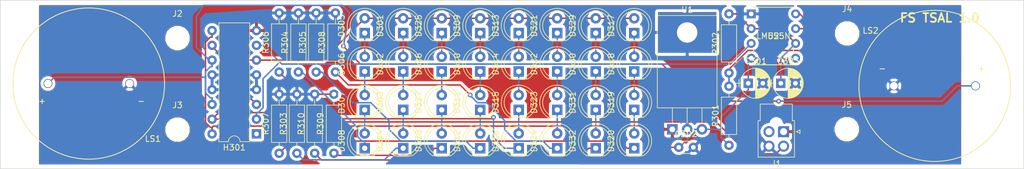
<source format=kicad_pcb>
(kicad_pcb (version 4) (host pcbnew 4.0.7)
  (layers (0 F.Cu signal) (31 B.Cu signal) (34 B.Paste user) (35 F.Paste user) (36 B.SilkS user) (37 F.SilkS user) (38 B.Mask user) (39 F.Mask user) (44 Edge.Cuts user))
  (net 0 "")
  (net 1 +5V)
  (net 2 GND)
  (net 3 "Net-(C303-Pad1)")
  (net 4 "Net-(D301-Pad1)")
  (net 5 /OSC)
  (net 6 "Net-(D302-Pad1)")
  (net 7 "Net-(D303-Pad1)")
  (net 8 "Net-(D304-Pad1)")
  (net 9 "Net-(D305-Pad1)")
  (net 10 "Net-(D306-Pad1)")
  (net 11 "Net-(D307-Pad1)")
  (net 12 "Net-(D308-Pad1)")
  (net 13 "Net-(D309-Pad1)")
  (net 14 "Net-(D310-Pad1)")
  (net 15 "Net-(D311-Pad1)")
  (net 16 "Net-(D312-Pad1)")
  (net 17 "Net-(D313-Pad1)")
  (net 18 "Net-(D314-Pad1)")
  (net 19 "Net-(D315-Pad1)")
  (net 20 "Net-(D316-Pad1)")
  (net 21 "Net-(D317-Pad1)")
  (net 22 "Net-(D318-Pad1)")
  (net 23 "Net-(D319-Pad1)")
  (net 24 "Net-(D320-Pad1)")
  (net 25 "Net-(D321-Pad1)")
  (net 26 "Net-(D322-Pad1)")
  (net 27 "Net-(D323-Pad1)")
  (net 28 "Net-(D324-Pad1)")
  (net 29 "Net-(D325-Pad1)")
  (net 30 "Net-(D326-Pad1)")
  (net 31 "Net-(D327-Pad1)")
  (net 32 "Net-(D328-Pad1)")
  (net 33 "Net-(D329-Pad1)")
  (net 34 "Net-(D330-Pad1)")
  (net 35 "Net-(D331-Pad1)")
  (net 36 "Net-(D332-Pad1)")
  (net 37 /TSAL_SIG)
  (net 38 "Net-(H301-Pad2)")
  (net 39 /SIG_RTDS)
  (net 40 /RTDS_H)
  (net 41 +12V)
  (net 42 /SIG_TSAL)
  (net 43 "Net-(R301-Pad2)")
  (net 44 "Net-(U2-Pad5)")
  (net 45 "Net-(J2-Pad1)")
  (net 46 "Net-(J3-Pad1)")
  (net 47 "Net-(J4-Pad1)")
  (net 48 "Net-(J5-Pad1)")
  (module FSfootprints:RTDS_H (layer F.Cu) (at 195.2 99.15)
    (fp_text reference LS2 (at -11 -9.5) (layer F.SilkS))
    (fp_text value "RTDS Piezo")
    (fp_text user - (at -9 -3) (layer F.SilkS))
    (fp_text user + (at 8 -3) (layer F.SilkS))
    (pad 1 thru_hole circle (at -7 0) (size 1.524 1.524) (drill 1.3) (layers *.Cu *.Mask) (net 2 GND))
    (pad 2 thru_hole circle (at 7 0) (size 1.524 1.524) (drill 1.3) (layers *.Cu *.Mask) (net 40 /RTDS_H))
  )
  (module Capacitors_THT:CP_Radial_D5.0mm_P2.50mm (layer F.Cu) (at 163.218 98.702)
    (fp_text reference C301 (at 1.25 -3.81) (layer F.SilkS))
    (fp_text value 10uF)
    (pad 1 thru_hole rect (at 0 0) (size 1.6 1.6) (drill 0.8) (layers *.Cu *.Mask) (net 1 +5V))
    (pad 2 thru_hole circle (at 2.5 0) (size 1.6 1.6) (drill 0.8) (layers *.Cu *.Mask) (net 2 GND))
  )
  (module Capacitors_THT:C_Disc_D3.0mm_W2.0mm_P2.50mm (layer F.Cu) (at 151.3 109.725)
    (fp_text reference C302 (at 1.25 -2.31) (layer F.SilkS))
    (fp_text value .47uF)
    (pad 1 thru_hole circle (at 0 0) (size 1.6 1.6) (drill 0.8) (layers *.Cu *.Mask) (net 1 +5V))
    (pad 2 thru_hole circle (at 2.5 0) (size 1.6 1.6) (drill 0.8) (layers *.Cu *.Mask) (net 2 GND))
  )
  (module Capacitors_THT:CP_Radial_D5.0mm_P2.50mm (layer F.Cu) (at 168.806 98.702)
    (fp_text reference C303 (at 1.25 -3.81) (layer F.SilkS))
    (fp_text value 10uF)
    (pad 1 thru_hole rect (at 0 0) (size 1.6 1.6) (drill 0.8) (layers *.Cu *.Mask) (net 3 "Net-(C303-Pad1)"))
    (pad 2 thru_hole circle (at 2.5 0) (size 1.6 1.6) (drill 0.8) (layers *.Cu *.Mask) (net 2 GND))
  )
  (module LEDs:LED_D5.0mm (layer F.Cu) (at 104.036 90.066 90)
    (fp_text reference D301 (at 1.27 -3.96 90) (layer F.SilkS))
    (fp_text value Led_Small)
    (pad 1 thru_hole rect (at 0 0 90) (size 1.8 1.8) (drill 0.9) (layers *.Cu *.Mask) (net 4 "Net-(D301-Pad1)"))
    (pad 2 thru_hole circle (at 2.54 0 90) (size 1.8 1.8) (drill 0.9) (layers *.Cu *.Mask) (net 5 /OSC))
  )
  (module LEDs:LED_D5.0mm (layer F.Cu) (at 104.036 96.67 90)
    (fp_text reference D302 (at 1.27 -3.96 90) (layer F.SilkS))
    (fp_text value Led_Small)
    (pad 1 thru_hole rect (at 0 0 90) (size 1.8 1.8) (drill 0.9) (layers *.Cu *.Mask) (net 6 "Net-(D302-Pad1)"))
    (pad 2 thru_hole circle (at 2.54 0 90) (size 1.8 1.8) (drill 0.9) (layers *.Cu *.Mask) (net 4 "Net-(D301-Pad1)"))
  )
  (module LEDs:LED_D5.0mm (layer F.Cu) (at 104.036 103.274 90)
    (fp_text reference D303 (at 1.27 -3.96 90) (layer F.SilkS))
    (fp_text value Led_Small)
    (pad 1 thru_hole rect (at 0 0 90) (size 1.8 1.8) (drill 0.9) (layers *.Cu *.Mask) (net 7 "Net-(D303-Pad1)"))
    (pad 2 thru_hole circle (at 2.54 0 90) (size 1.8 1.8) (drill 0.9) (layers *.Cu *.Mask) (net 6 "Net-(D302-Pad1)"))
  )
  (module LEDs:LED_D5.0mm (layer F.Cu) (at 104.036 109.878 90)
    (fp_text reference D304 (at 1.27 -3.96 90) (layer F.SilkS))
    (fp_text value Led_Small)
    (pad 1 thru_hole rect (at 0 0 90) (size 1.8 1.8) (drill 0.9) (layers *.Cu *.Mask) (net 8 "Net-(D304-Pad1)"))
    (pad 2 thru_hole circle (at 2.54 0 90) (size 1.8 1.8) (drill 0.9) (layers *.Cu *.Mask) (net 7 "Net-(D303-Pad1)"))
  )
  (module LEDs:LED_D5.0mm (layer F.Cu) (at 97.432 90.066 90)
    (fp_text reference D305 (at 1.27 -3.96 90) (layer F.SilkS))
    (fp_text value Led_Small)
    (pad 1 thru_hole rect (at 0 0 90) (size 1.8 1.8) (drill 0.9) (layers *.Cu *.Mask) (net 9 "Net-(D305-Pad1)"))
    (pad 2 thru_hole circle (at 2.54 0 90) (size 1.8 1.8) (drill 0.9) (layers *.Cu *.Mask) (net 5 /OSC))
  )
  (module LEDs:LED_D5.0mm (layer F.Cu) (at 97.432 96.67 90)
    (fp_text reference D306 (at 1.27 -3.96 90) (layer F.SilkS))
    (fp_text value Led_Small)
    (pad 1 thru_hole rect (at 0 0 90) (size 1.8 1.8) (drill 0.9) (layers *.Cu *.Mask) (net 10 "Net-(D306-Pad1)"))
    (pad 2 thru_hole circle (at 2.54 0 90) (size 1.8 1.8) (drill 0.9) (layers *.Cu *.Mask) (net 9 "Net-(D305-Pad1)"))
  )
  (module LEDs:LED_D5.0mm (layer F.Cu) (at 97.432 103.274 90)
    (fp_text reference D307 (at 1.27 -3.96 90) (layer F.SilkS))
    (fp_text value Led_Small)
    (pad 1 thru_hole rect (at 0 0 90) (size 1.8 1.8) (drill 0.9) (layers *.Cu *.Mask) (net 11 "Net-(D307-Pad1)"))
    (pad 2 thru_hole circle (at 2.54 0 90) (size 1.8 1.8) (drill 0.9) (layers *.Cu *.Mask) (net 10 "Net-(D306-Pad1)"))
  )
  (module LEDs:LED_D5.0mm (layer F.Cu) (at 97.432 109.878 90)
    (fp_text reference D308 (at 1.27 -3.96 90) (layer F.SilkS))
    (fp_text value Led_Small)
    (pad 1 thru_hole rect (at 0 0 90) (size 1.8 1.8) (drill 0.9) (layers *.Cu *.Mask) (net 12 "Net-(D308-Pad1)"))
    (pad 2 thru_hole circle (at 2.54 0 90) (size 1.8 1.8) (drill 0.9) (layers *.Cu *.Mask) (net 11 "Net-(D307-Pad1)"))
  )
  (module LEDs:LED_D5.0mm (layer F.Cu) (at 117.244 90.066 90)
    (fp_text reference D309 (at 1.27 -3.96 90) (layer F.SilkS))
    (fp_text value Led_Small)
    (pad 1 thru_hole rect (at 0 0 90) (size 1.8 1.8) (drill 0.9) (layers *.Cu *.Mask) (net 13 "Net-(D309-Pad1)"))
    (pad 2 thru_hole circle (at 2.54 0 90) (size 1.8 1.8) (drill 0.9) (layers *.Cu *.Mask) (net 5 /OSC))
  )
  (module LEDs:LED_D5.0mm (layer F.Cu) (at 117.244 96.67 90)
    (fp_text reference D310 (at 1.27 -3.96 90) (layer F.SilkS))
    (fp_text value Led_Small)
    (pad 1 thru_hole rect (at 0 0 90) (size 1.8 1.8) (drill 0.9) (layers *.Cu *.Mask) (net 14 "Net-(D310-Pad1)"))
    (pad 2 thru_hole circle (at 2.54 0 90) (size 1.8 1.8) (drill 0.9) (layers *.Cu *.Mask) (net 13 "Net-(D309-Pad1)"))
  )
  (module LEDs:LED_D5.0mm (layer F.Cu) (at 117.244 103.274 90)
    (fp_text reference D311 (at 1.27 -3.96 90) (layer F.SilkS))
    (fp_text value Led_Small)
    (pad 1 thru_hole rect (at 0 0 90) (size 1.8 1.8) (drill 0.9) (layers *.Cu *.Mask) (net 15 "Net-(D311-Pad1)"))
    (pad 2 thru_hole circle (at 2.54 0 90) (size 1.8 1.8) (drill 0.9) (layers *.Cu *.Mask) (net 14 "Net-(D310-Pad1)"))
  )
  (module LEDs:LED_D5.0mm (layer F.Cu) (at 117.244 109.878 90)
    (fp_text reference D312 (at 1.27 -3.96 90) (layer F.SilkS))
    (fp_text value Led_Small)
    (pad 1 thru_hole rect (at 0 0 90) (size 1.8 1.8) (drill 0.9) (layers *.Cu *.Mask) (net 16 "Net-(D312-Pad1)"))
    (pad 2 thru_hole circle (at 2.54 0 90) (size 1.8 1.8) (drill 0.9) (layers *.Cu *.Mask) (net 15 "Net-(D311-Pad1)"))
  )
  (module LEDs:LED_D5.0mm (layer F.Cu) (at 123.848 90.066 90)
    (fp_text reference D313 (at 1.27 -3.96 90) (layer F.SilkS))
    (fp_text value Led_Small)
    (pad 1 thru_hole rect (at 0 0 90) (size 1.8 1.8) (drill 0.9) (layers *.Cu *.Mask) (net 17 "Net-(D313-Pad1)"))
    (pad 2 thru_hole circle (at 2.54 0 90) (size 1.8 1.8) (drill 0.9) (layers *.Cu *.Mask) (net 5 /OSC))
  )
  (module LEDs:LED_D5.0mm (layer F.Cu) (at 123.848 96.67 90)
    (fp_text reference D314 (at 1.27 -3.96 90) (layer F.SilkS))
    (fp_text value Led_Small)
    (pad 1 thru_hole rect (at 0 0 90) (size 1.8 1.8) (drill 0.9) (layers *.Cu *.Mask) (net 18 "Net-(D314-Pad1)"))
    (pad 2 thru_hole circle (at 2.54 0 90) (size 1.8 1.8) (drill 0.9) (layers *.Cu *.Mask) (net 17 "Net-(D313-Pad1)"))
  )
  (module LEDs:LED_D5.0mm (layer F.Cu) (at 123.848 103.274 90)
    (fp_text reference D315 (at 1.27 -3.96 90) (layer F.SilkS))
    (fp_text value Led_Small)
    (pad 1 thru_hole rect (at 0 0 90) (size 1.8 1.8) (drill 0.9) (layers *.Cu *.Mask) (net 19 "Net-(D315-Pad1)"))
    (pad 2 thru_hole circle (at 2.54 0 90) (size 1.8 1.8) (drill 0.9) (layers *.Cu *.Mask) (net 18 "Net-(D314-Pad1)"))
  )
  (module LEDs:LED_D5.0mm (layer F.Cu) (at 123.848 109.878 90)
    (fp_text reference D316 (at 1.27 -3.96 90) (layer F.SilkS))
    (fp_text value Led_Small)
    (pad 1 thru_hole rect (at 0 0 90) (size 1.8 1.8) (drill 0.9) (layers *.Cu *.Mask) (net 20 "Net-(D316-Pad1)"))
    (pad 2 thru_hole circle (at 2.54 0 90) (size 1.8 1.8) (drill 0.9) (layers *.Cu *.Mask) (net 19 "Net-(D315-Pad1)"))
  )
  (module LEDs:LED_D5.0mm (layer F.Cu) (at 143.66 90.066 90)
    (fp_text reference D317 (at 1.27 -3.96 90) (layer F.SilkS))
    (fp_text value Led_Small)
    (pad 1 thru_hole rect (at 0 0 90) (size 1.8 1.8) (drill 0.9) (layers *.Cu *.Mask) (net 21 "Net-(D317-Pad1)"))
    (pad 2 thru_hole circle (at 2.54 0 90) (size 1.8 1.8) (drill 0.9) (layers *.Cu *.Mask) (net 5 /OSC))
  )
  (module LEDs:LED_D5.0mm (layer F.Cu) (at 143.66 96.67 90)
    (fp_text reference D318 (at 1.27 -3.96 90) (layer F.SilkS))
    (fp_text value Led_Small)
    (pad 1 thru_hole rect (at 0 0 90) (size 1.8 1.8) (drill 0.9) (layers *.Cu *.Mask) (net 22 "Net-(D318-Pad1)"))
    (pad 2 thru_hole circle (at 2.54 0 90) (size 1.8 1.8) (drill 0.9) (layers *.Cu *.Mask) (net 21 "Net-(D317-Pad1)"))
  )
  (module LEDs:LED_D5.0mm (layer F.Cu) (at 143.66 103.274 90)
    (fp_text reference D319 (at 1.27 -3.96 90) (layer F.SilkS))
    (fp_text value Led_Small)
    (pad 1 thru_hole rect (at 0 0 90) (size 1.8 1.8) (drill 0.9) (layers *.Cu *.Mask) (net 23 "Net-(D319-Pad1)"))
    (pad 2 thru_hole circle (at 2.54 0 90) (size 1.8 1.8) (drill 0.9) (layers *.Cu *.Mask) (net 22 "Net-(D318-Pad1)"))
  )
  (module LEDs:LED_D5.0mm (layer F.Cu) (at 143.66 109.878 90)
    (fp_text reference D320 (at 1.27 -3.96 90) (layer F.SilkS))
    (fp_text value Led_Small)
    (pad 1 thru_hole rect (at 0 0 90) (size 1.8 1.8) (drill 0.9) (layers *.Cu *.Mask) (net 24 "Net-(D320-Pad1)"))
    (pad 2 thru_hole circle (at 2.54 0 90) (size 1.8 1.8) (drill 0.9) (layers *.Cu *.Mask) (net 23 "Net-(D319-Pad1)"))
  )
  (module LEDs:LED_D5.0mm (layer F.Cu) (at 130.452 90.066 90)
    (fp_text reference D321 (at 1.27 -3.96 90) (layer F.SilkS))
    (fp_text value Led_Small)
    (pad 1 thru_hole rect (at 0 0 90) (size 1.8 1.8) (drill 0.9) (layers *.Cu *.Mask) (net 25 "Net-(D321-Pad1)"))
    (pad 2 thru_hole circle (at 2.54 0 90) (size 1.8 1.8) (drill 0.9) (layers *.Cu *.Mask) (net 5 /OSC))
  )
  (module LEDs:LED_D5.0mm (layer F.Cu) (at 130.452 96.67 90)
    (fp_text reference D322 (at 1.27 -3.96 90) (layer F.SilkS))
    (fp_text value Led_Small)
    (pad 1 thru_hole rect (at 0 0 90) (size 1.8 1.8) (drill 0.9) (layers *.Cu *.Mask) (net 26 "Net-(D322-Pad1)"))
    (pad 2 thru_hole circle (at 2.54 0 90) (size 1.8 1.8) (drill 0.9) (layers *.Cu *.Mask) (net 25 "Net-(D321-Pad1)"))
  )
  (module LEDs:LED_D5.0mm (layer F.Cu) (at 130.452 103.274 90)
    (fp_text reference D323 (at 1.27 -3.96 90) (layer F.SilkS))
    (fp_text value Led_Small)
    (pad 1 thru_hole rect (at 0 0 90) (size 1.8 1.8) (drill 0.9) (layers *.Cu *.Mask) (net 27 "Net-(D323-Pad1)"))
    (pad 2 thru_hole circle (at 2.54 0 90) (size 1.8 1.8) (drill 0.9) (layers *.Cu *.Mask) (net 26 "Net-(D322-Pad1)"))
  )
  (module LEDs:LED_D5.0mm (layer F.Cu) (at 130.452 109.878 90)
    (fp_text reference D324 (at 1.27 -3.96 90) (layer F.SilkS))
    (fp_text value Led_Small)
    (pad 1 thru_hole rect (at 0 0 90) (size 1.8 1.8) (drill 0.9) (layers *.Cu *.Mask) (net 28 "Net-(D324-Pad1)"))
    (pad 2 thru_hole circle (at 2.54 0 90) (size 1.8 1.8) (drill 0.9) (layers *.Cu *.Mask) (net 27 "Net-(D323-Pad1)"))
  )
  (module LEDs:LED_D5.0mm (layer F.Cu) (at 110.64 90.066 90)
    (fp_text reference D325 (at 1.27 -3.96 90) (layer F.SilkS))
    (fp_text value Led_Small)
    (pad 1 thru_hole rect (at 0 0 90) (size 1.8 1.8) (drill 0.9) (layers *.Cu *.Mask) (net 29 "Net-(D325-Pad1)"))
    (pad 2 thru_hole circle (at 2.54 0 90) (size 1.8 1.8) (drill 0.9) (layers *.Cu *.Mask) (net 5 /OSC))
  )
  (module LEDs:LED_D5.0mm (layer F.Cu) (at 110.64 96.67 90)
    (fp_text reference D326 (at 1.27 -3.96 90) (layer F.SilkS))
    (fp_text value Led_Small)
    (pad 1 thru_hole rect (at 0 0 90) (size 1.8 1.8) (drill 0.9) (layers *.Cu *.Mask) (net 30 "Net-(D326-Pad1)"))
    (pad 2 thru_hole circle (at 2.54 0 90) (size 1.8 1.8) (drill 0.9) (layers *.Cu *.Mask) (net 29 "Net-(D325-Pad1)"))
  )
  (module LEDs:LED_D5.0mm (layer F.Cu) (at 110.64 103.274 90)
    (fp_text reference D327 (at 1.27 -3.96 90) (layer F.SilkS))
    (fp_text value Led_Small)
    (pad 1 thru_hole rect (at 0 0 90) (size 1.8 1.8) (drill 0.9) (layers *.Cu *.Mask) (net 31 "Net-(D327-Pad1)"))
    (pad 2 thru_hole circle (at 2.54 0 90) (size 1.8 1.8) (drill 0.9) (layers *.Cu *.Mask) (net 30 "Net-(D326-Pad1)"))
  )
  (module LEDs:LED_D5.0mm (layer F.Cu) (at 110.64 109.878 90)
    (fp_text reference D328 (at 1.27 -3.96 90) (layer F.SilkS))
    (fp_text value Led_Small)
    (pad 1 thru_hole rect (at 0 0 90) (size 1.8 1.8) (drill 0.9) (layers *.Cu *.Mask) (net 32 "Net-(D328-Pad1)"))
    (pad 2 thru_hole circle (at 2.54 0 90) (size 1.8 1.8) (drill 0.9) (layers *.Cu *.Mask) (net 31 "Net-(D327-Pad1)"))
  )
  (module LEDs:LED_D5.0mm (layer F.Cu) (at 137.056 90.066 90)
    (fp_text reference D329 (at 1.27 -3.96 90) (layer F.SilkS))
    (fp_text value Led_Small)
    (pad 1 thru_hole rect (at 0 0 90) (size 1.8 1.8) (drill 0.9) (layers *.Cu *.Mask) (net 33 "Net-(D329-Pad1)"))
    (pad 2 thru_hole circle (at 2.54 0 90) (size 1.8 1.8) (drill 0.9) (layers *.Cu *.Mask) (net 5 /OSC))
  )
  (module LEDs:LED_D5.0mm (layer F.Cu) (at 137.056 96.67 90)
    (fp_text reference D330 (at 1.27 -3.96 90) (layer F.SilkS))
    (fp_text value Led_Small)
    (pad 1 thru_hole rect (at 0 0 90) (size 1.8 1.8) (drill 0.9) (layers *.Cu *.Mask) (net 34 "Net-(D330-Pad1)"))
    (pad 2 thru_hole circle (at 2.54 0 90) (size 1.8 1.8) (drill 0.9) (layers *.Cu *.Mask) (net 33 "Net-(D329-Pad1)"))
  )
  (module LEDs:LED_D5.0mm (layer F.Cu) (at 137.056 103.274 90)
    (fp_text reference D331 (at 1.27 -3.96 90) (layer F.SilkS))
    (fp_text value Led_Small)
    (pad 1 thru_hole rect (at 0 0 90) (size 1.8 1.8) (drill 0.9) (layers *.Cu *.Mask) (net 35 "Net-(D331-Pad1)"))
    (pad 2 thru_hole circle (at 2.54 0 90) (size 1.8 1.8) (drill 0.9) (layers *.Cu *.Mask) (net 34 "Net-(D330-Pad1)"))
  )
  (module LEDs:LED_D5.0mm (layer F.Cu) (at 137.056 109.878 90)
    (fp_text reference D332 (at 1.27 -3.96 90) (layer F.SilkS))
    (fp_text value Led_Small)
    (pad 1 thru_hole rect (at 0 0 90) (size 1.8 1.8) (drill 0.9) (layers *.Cu *.Mask) (net 36 "Net-(D332-Pad1)"))
    (pad 2 thru_hole circle (at 2.54 0 90) (size 1.8 1.8) (drill 0.9) (layers *.Cu *.Mask) (net 35 "Net-(D331-Pad1)"))
  )
  (module Housings_DIP:DIP-16_W7.62mm (layer F.Cu) (at 78.869 107.417 180)
    (fp_text reference H301 (at 3.81 -2.33 180) (layer F.SilkS))
    (fp_text value SN754410)
    (pad 1 thru_hole rect (at 0 0 180) (size 1.6 1.6) (drill 0.8) (layers *.Cu *.Mask) (net 37 /TSAL_SIG))
    (pad 9 thru_hole oval (at 7.62 17.78 180) (size 1.6 1.6) (drill 0.8) (layers *.Cu *.Mask) (net 1 +5V))
    (pad 2 thru_hole oval (at 0 2.54 180) (size 1.6 1.6) (drill 0.8) (layers *.Cu *.Mask) (net 38 "Net-(H301-Pad2)"))
    (pad 10 thru_hole oval (at 7.62 15.24 180) (size 1.6 1.6) (drill 0.8) (layers *.Cu *.Mask) (net 39 /SIG_RTDS))
    (pad 3 thru_hole oval (at 0 5.08 180) (size 1.6 1.6) (drill 0.8) (layers *.Cu *.Mask) (net 5 /OSC))
    (pad 11 thru_hole oval (at 7.62 12.7 180) (size 1.6 1.6) (drill 0.8) (layers *.Cu *.Mask) (net 40 /RTDS_H))
    (pad 4 thru_hole oval (at 0 7.62 180) (size 1.6 1.6) (drill 0.8) (layers *.Cu *.Mask) (net 2 GND))
    (pad 12 thru_hole oval (at 7.62 10.16 180) (size 1.6 1.6) (drill 0.8) (layers *.Cu *.Mask) (net 2 GND))
    (pad 5 thru_hole oval (at 0 10.16 180) (size 1.6 1.6) (drill 0.8) (layers *.Cu *.Mask) (net 2 GND))
    (pad 13 thru_hole oval (at 7.62 7.62 180) (size 1.6 1.6) (drill 0.8) (layers *.Cu *.Mask) (net 2 GND))
    (pad 6 thru_hole oval (at 0 12.7 180) (size 1.6 1.6) (drill 0.8) (layers *.Cu *.Mask) (net 5 /OSC))
    (pad 14 thru_hole oval (at 7.62 5.08 180) (size 1.6 1.6) (drill 0.8) (layers *.Cu *.Mask) (net 40 /RTDS_H))
    (pad 7 thru_hole oval (at 0 15.24 180) (size 1.6 1.6) (drill 0.8) (layers *.Cu *.Mask) (net 38 "Net-(H301-Pad2)"))
    (pad 15 thru_hole oval (at 7.62 2.54 180) (size 1.6 1.6) (drill 0.8) (layers *.Cu *.Mask) (net 39 /SIG_RTDS))
    (pad 8 thru_hole oval (at 0 17.78 180) (size 1.6 1.6) (drill 0.8) (layers *.Cu *.Mask) (net 41 +12V))
    (pad 16 thru_hole oval (at 7.62 0 180) (size 1.6 1.6) (drill 0.8) (layers *.Cu *.Mask) (net 1 +5V))
  )
  (module Connectors_Molex:Molex_NanoFit_2x02x2.50mm_Straight (layer F.Cu) (at 169.275 107.025 180)
    (fp_text reference J1 (at 1.25 -5.5 180) (layer F.SilkS))
    (fp_text value CONN_01X04)
    (pad 1 thru_hole rect (at 0 0 180) (size 1.9 1.9) (drill 1.2) (layers *.Cu *.Mask) (net 41 +12V))
    (pad 2 thru_hole circle (at 2.5 0 180) (size 1.9 1.9) (drill 1.2) (layers *.Cu *.Mask) (net 42 /SIG_TSAL))
    (pad 3 thru_hole circle (at 0 -2.5 180) (size 1.9 1.9) (drill 1.2) (layers *.Cu *.Mask) (net 39 /SIG_RTDS))
    (pad 4 thru_hole circle (at 2.5 -2.5 180) (size 1.9 1.9) (drill 1.2) (layers *.Cu *.Mask) (net 2 GND))
    (pad "" np_thru_hole circle (at 1.25 1.34 180) (size 1.3 1.3) (drill 1.3) (layers *.Cu *.Mask))
  )
  (module FSfootprints:RTDS_H (layer F.Cu) (at 50.1 98.75 180)
    (fp_text reference LS1 (at -11 -9.5 180) (layer F.SilkS))
    (fp_text value "RTDS Piezo")
    (fp_text user - (at -9 -3 180) (layer F.SilkS))
    (fp_text user + (at 8 -3 180) (layer F.SilkS))
    (pad 1 thru_hole circle (at -7 0 180) (size 1.524 1.524) (drill 1.3) (layers *.Cu *.Mask) (net 2 GND))
    (pad 2 thru_hole circle (at 7 0 180) (size 1.524 1.524) (drill 1.3) (layers *.Cu *.Mask) (net 40 /RTDS_H))
  )
  (module Resistors_THT:R_Axial_DIN0207_L6.3mm_D2.5mm_P10.16mm_Horizontal (layer F.Cu) (at 159.916 109.37 90)
    (fp_text reference R301 (at 5.08 -2.31 90) (layer F.SilkS))
    (fp_text value 15K)
    (pad 1 thru_hole circle (at 0 0 90) (size 1.6 1.6) (drill 0.8) (layers *.Cu *.Mask) (net 1 +5V))
    (pad 2 thru_hole oval (at 10.16 0 90) (size 1.6 1.6) (drill 0.8) (layers *.Cu *.Mask) (net 43 "Net-(R301-Pad2)"))
  )
  (module Resistors_THT:R_Axial_DIN0207_L6.3mm_D2.5mm_P10.16mm_Horizontal (layer F.Cu) (at 159.916 96.924 90)
    (fp_text reference R302 (at 5.08 -2.31 90) (layer F.SilkS))
    (fp_text value 15K)
    (pad 1 thru_hole circle (at 0 0 90) (size 1.6 1.6) (drill 0.8) (layers *.Cu *.Mask) (net 43 "Net-(R301-Pad2)"))
    (pad 2 thru_hole oval (at 10.16 0 90) (size 1.6 1.6) (drill 0.8) (layers *.Cu *.Mask) (net 3 "Net-(C303-Pad1)"))
  )
  (module Resistors_THT:R_Axial_DIN0207_L6.3mm_D2.5mm_P10.16mm_Horizontal (layer F.Cu) (at 85.802 110.74 90)
    (fp_text reference R303 (at 5.08 -2.31 90) (layer F.SilkS))
    (fp_text value 180)
    (pad 1 thru_hole circle (at 0 0 90) (size 1.6 1.6) (drill 0.8) (layers *.Cu *.Mask) (net 8 "Net-(D304-Pad1)"))
    (pad 2 thru_hole oval (at 10.16 0 90) (size 1.6 1.6) (drill 0.8) (layers *.Cu *.Mask) (net 2 GND))
  )
  (module Resistors_THT:R_Axial_DIN0207_L6.3mm_D2.5mm_P10.16mm_Horizontal (layer F.Cu) (at 86.056 96.77 90)
    (fp_text reference R304 (at 5.08 -2.31 90) (layer F.SilkS))
    (fp_text value 180)
    (pad 1 thru_hole circle (at 0 0 90) (size 1.6 1.6) (drill 0.8) (layers *.Cu *.Mask) (net 12 "Net-(D308-Pad1)"))
    (pad 2 thru_hole oval (at 10.16 0 90) (size 1.6 1.6) (drill 0.8) (layers *.Cu *.Mask) (net 2 GND))
  )
  (module Resistors_THT:R_Axial_DIN0207_L6.3mm_D2.5mm_P10.16mm_Horizontal (layer F.Cu) (at 89.104 96.77 90)
    (fp_text reference R305 (at 5.08 -2.31 90) (layer F.SilkS))
    (fp_text value 180)
    (pad 1 thru_hole circle (at 0 0 90) (size 1.6 1.6) (drill 0.8) (layers *.Cu *.Mask) (net 16 "Net-(D312-Pad1)"))
    (pad 2 thru_hole oval (at 10.16 0 90) (size 1.6 1.6) (drill 0.8) (layers *.Cu *.Mask) (net 2 GND))
  )
  (module Resistors_THT:R_Axial_DIN0207_L6.3mm_D2.5mm_P10.16mm_Horizontal (layer F.Cu) (at 82.754 96.77 90)
    (fp_text reference R306 (at 5.08 -2.31 90) (layer F.SilkS))
    (fp_text value 180)
    (pad 1 thru_hole circle (at 0 0 90) (size 1.6 1.6) (drill 0.8) (layers *.Cu *.Mask) (net 20 "Net-(D316-Pad1)"))
    (pad 2 thru_hole oval (at 10.16 0 90) (size 1.6 1.6) (drill 0.8) (layers *.Cu *.Mask) (net 2 GND))
  )
  (module Resistors_THT:R_Axial_DIN0207_L6.3mm_D2.5mm_P10.16mm_Horizontal (layer F.Cu) (at 82.754 110.74 90)
    (fp_text reference R307 (at 5.08 -2.31 90) (layer F.SilkS))
    (fp_text value 180)
    (pad 1 thru_hole circle (at 0 0 90) (size 1.6 1.6) (drill 0.8) (layers *.Cu *.Mask) (net 24 "Net-(D320-Pad1)"))
    (pad 2 thru_hole oval (at 10.16 0 90) (size 1.6 1.6) (drill 0.8) (layers *.Cu *.Mask) (net 2 GND))
  )
  (module Resistors_THT:R_Axial_DIN0207_L6.3mm_D2.5mm_P10.16mm_Horizontal (layer F.Cu) (at 92.406 96.77 90)
    (fp_text reference R308 (at 5.08 -2.31 90) (layer F.SilkS))
    (fp_text value 180)
    (pad 1 thru_hole circle (at 0 0 90) (size 1.6 1.6) (drill 0.8) (layers *.Cu *.Mask) (net 28 "Net-(D324-Pad1)"))
    (pad 2 thru_hole oval (at 10.16 0 90) (size 1.6 1.6) (drill 0.8) (layers *.Cu *.Mask) (net 2 GND))
  )
  (module Resistors_THT:R_Axial_DIN0207_L6.3mm_D2.5mm_P10.16mm_Horizontal (layer F.Cu) (at 92.152 110.74 90)
    (fp_text reference R309 (at 5.08 -2.31 90) (layer F.SilkS))
    (fp_text value 180)
    (pad 1 thru_hole circle (at 0 0 90) (size 1.6 1.6) (drill 0.8) (layers *.Cu *.Mask) (net 32 "Net-(D328-Pad1)"))
    (pad 2 thru_hole oval (at 10.16 0 90) (size 1.6 1.6) (drill 0.8) (layers *.Cu *.Mask) (net 2 GND))
  )
  (module Resistors_THT:R_Axial_DIN0207_L6.3mm_D2.5mm_P10.16mm_Horizontal (layer F.Cu) (at 88.85 110.74 90)
    (fp_text reference R310 (at 5.08 -2.31 90) (layer F.SilkS))
    (fp_text value 180)
    (pad 1 thru_hole circle (at 0 0 90) (size 1.6 1.6) (drill 0.8) (layers *.Cu *.Mask) (net 36 "Net-(D332-Pad1)"))
    (pad 2 thru_hole oval (at 10.16 0 90) (size 1.6 1.6) (drill 0.8) (layers *.Cu *.Mask) (net 2 GND))
  )
  (module FSfootprints:TO-220-3_Horizontal_HeatSunk (layer F.Cu) (at 150.2 106.625)
    (fp_text reference U1 (at 2.54 -20.58) (layer F.SilkS))
    (fp_text value L78S05CV-DG)
    (pad 2 thru_hole rect (at 2.54 -16.66) (size 10 7) (drill 3.5) (layers *.Cu *.Mask) (net 2 GND))
    (pad 1 thru_hole rect (at 0 0) (size 1.8 1.8) (drill 1) (layers *.Cu *.Mask) (net 41 +12V))
    (pad 2 thru_hole oval (at 2.54 0) (size 1.8 1.8) (drill 1) (layers *.Cu *.Mask) (net 2 GND))
    (pad 3 thru_hole oval (at 5.08 0) (size 1.8 1.8) (drill 1) (layers *.Cu *.Mask) (net 1 +5V))
  )
  (module FSfootprints:LM555CN (layer F.Cu) (at 171.346 94.384)
    (fp_text reference U2 (at -3.81 -3.81) (layer F.SilkS))
    (fp_text value LM555N (at -3.81 -3.81) (layer F.SilkS))
    (pad 1 thru_hole rect (at -7.62 -7.62) (size 1.524 1.524) (drill 0.8128) (layers *.Cu *.Mask) (net 2 GND))
    (pad 2 thru_hole circle (at -7.62 -5.08) (size 1.524 1.524) (drill 0.8128) (layers *.Cu *.Mask) (net 3 "Net-(C303-Pad1)"))
    (pad 3 thru_hole circle (at -7.62 -2.54) (size 1.524 1.524) (drill 0.8128) (layers *.Cu *.Mask) (net 38 "Net-(H301-Pad2)"))
    (pad 4 thru_hole circle (at -7.62 0) (size 1.524 1.524) (drill 0.8128) (layers *.Cu *.Mask) (net 1 +5V))
    (pad 5 thru_hole circle (at 0 0) (size 1.524 1.524) (drill 0.8128) (layers *.Cu *.Mask) (net 44 "Net-(U2-Pad5)"))
    (pad 6 thru_hole circle (at 0 -2.54) (size 1.524 1.524) (drill 0.8128) (layers *.Cu *.Mask) (net 3 "Net-(C303-Pad1)"))
    (pad 7 thru_hole circle (at 0 -5.08) (size 1.524 1.524) (drill 0.8128) (layers *.Cu *.Mask) (net 43 "Net-(R301-Pad2)"))
    (pad 8 thru_hole circle (at 0 -7.62) (size 1.524 1.524) (drill 0.8128) (layers *.Cu *.Mask) (net 1 +5V))
  )
  (module Mounting_Holes:MountingHole_3.2mm_M3 (layer F.Cu) (at 65.325 90.925)
    (fp_text reference J2 (at 0 -4.2) (layer F.SilkS))
    (fp_text value Conn_01x01)
    (pad 1 np_thru_hole circle (at 0 0) (size 3.2 3.2) (drill 3.2) (layers *.Cu *.Mask) (net 45 "Net-(J2-Pad1)"))
  )
  (module Mounting_Holes:MountingHole_3.2mm_M3 (layer F.Cu) (at 65.325 106.675)
    (fp_text reference J3 (at 0 -4.2) (layer F.SilkS))
    (fp_text value Conn_01x01)
    (pad 1 np_thru_hole circle (at 0 0) (size 3.2 3.2) (drill 3.2) (layers *.Cu *.Mask) (net 46 "Net-(J3-Pad1)"))
  )
  (module Mounting_Holes:MountingHole_3.2mm_M3 (layer F.Cu) (at 180.175 90.125)
    (fp_text reference J4 (at 0 -4.2) (layer F.SilkS))
    (fp_text value Conn_01x01)
    (pad 1 np_thru_hole circle (at 0 0) (size 3.2 3.2) (drill 3.2) (layers *.Cu *.Mask) (net 47 "Net-(J4-Pad1)"))
  )
  (module Mounting_Holes:MountingHole_3.2mm_M3 (layer F.Cu) (at 180.125 106.6)
    (fp_text reference J5 (at 0 -4.2) (layer F.SilkS))
    (fp_text value Conn_01x01)
    (pad 1 np_thru_hole circle (at 0 0) (size 3.2 3.2) (drill 3.2) (layers *.Cu *.Mask) (net 48 "Net-(J5-Pad1)"))
  )
  (gr_line (start 34.925 113.375) (end 210.475 113.375) (angle 90) (layer Edge.Cuts) (width 0.1))
  (gr_line (start 34.925 84.425) (end 34.925 113.375) (angle 90) (layer Edge.Cuts) (width 0.1))
  (gr_line (start 210.475 84.425) (end 34.925 84.425) (angle 90) (layer Edge.Cuts) (width 0.1))
  (gr_line (start 210.475 113.375) (end 210.475 84.425) (angle 90) (layer Edge.Cuts) (width 0.1))
  (gr_text "FS TSAL 1.0" (at 196.075 87.45) (layer F.SilkS) (effects (font (size 1.5 1.5) (thickness 0.3))))
  (segment (start 171.346 86.764) (end 172.064 86.764) (width 0.25) (layer F.Cu) (net 1))
  (segment (start 172.064 86.764) (end 174.125 88.825) (width 0.25) (layer F.Cu) (net 1))
  (segment (start 174.125 88.825) (end 174.125 93.525) (width 0.25) (layer F.Cu) (net 1))
  (segment (start 174.125 93.525) (end 171.9 95.75) (width 0.25) (layer F.Cu) (net 1))
  (segment (start 171.9 95.75) (end 170.6 95.75) (width 0.25) (layer F.Cu) (net 1))
  (segment (start 170.6 95.75) (end 169.234 94.384) (width 0.25) (layer F.Cu) (net 1))
  (segment (start 169.234 94.384) (end 163.726 94.384) (width 0.25) (layer F.Cu) (net 1))
  (segment (start 151.41 109.725) (end 151.3 109.725) (width 0.25) (layer B.Cu) (net 1))
  (segment (start 154.0547 107.0803) (end 151.41 109.725) (width 0.25) (layer B.Cu) (net 1))
  (segment (start 154.0547 106.625) (end 154.0547 107.0803) (width 0.25) (layer B.Cu) (net 1))
  (segment (start 155.28 106.625) (end 154.0547 106.625) (width 0.25) (layer B.Cu) (net 1))
  (segment (start 158.5435 106.625) (end 155.28 106.625) (width 0.25) (layer B.Cu) (net 1))
  (segment (start 158.5435 107.9975) (end 158.5435 106.625) (width 0.25) (layer B.Cu) (net 1))
  (segment (start 159.916 109.37) (end 158.5435 107.9975) (width 0.25) (layer B.Cu) (net 1))
  (segment (start 158.5435 104.5018) (end 163.218 99.8273) (width 0.25) (layer B.Cu) (net 1))
  (segment (start 158.5435 106.625) (end 158.5435 104.5018) (width 0.25) (layer B.Cu) (net 1))
  (segment (start 163.218 99.2646) (end 163.218 99.8273) (width 0.25) (layer B.Cu) (net 1))
  (segment (start 163.218 99.2646) (end 163.218 98.702) (width 0.25) (layer B.Cu) (net 1))
  (segment (start 163.218 94.892) (end 163.726 94.384) (width 0.25) (layer B.Cu) (net 1))
  (segment (start 163.218 98.702) (end 163.218 94.892) (width 0.25) (layer B.Cu) (net 1))
  (segment (start 70.9676 90.7623) (end 71.249 90.7623) (width 0.25) (layer F.Cu) (net 1))
  (segment (start 70.1237 91.6062) (end 70.9676 90.7623) (width 0.25) (layer F.Cu) (net 1))
  (segment (start 70.1237 105.4477) (end 70.1237 91.6062) (width 0.25) (layer F.Cu) (net 1))
  (segment (start 70.9677 106.2917) (end 70.1237 105.4477) (width 0.25) (layer F.Cu) (net 1))
  (segment (start 71.249 106.2917) (end 70.9677 106.2917) (width 0.25) (layer F.Cu) (net 1))
  (segment (start 71.249 107.417) (end 71.249 106.2917) (width 0.25) (layer F.Cu) (net 1))
  (segment (start 71.249 89.637) (end 71.249 90.7623) (width 0.25) (layer F.Cu) (net 1))
  (segment (start 71.466 106.0747) (end 71.249 106.2917) (width 0.25) (layer F.Cu) (net 1))
  (segment (start 145.82 106.0747) (end 71.466 106.0747) (width 0.25) (layer F.Cu) (net 1))
  (segment (start 149.4703 109.725) (end 145.82 106.0747) (width 0.25) (layer F.Cu) (net 1))
  (segment (start 151.3 109.725) (end 149.4703 109.725) (width 0.25) (layer F.Cu) (net 1))
  (segment (start 88.85 100.58) (end 92.152 100.58) (width 0.25) (layer F.Cu) (net 2))
  (segment (start 159.916 86.764) (end 161.186 86.764) (width 0.25) (layer F.Cu) (net 3))
  (segment (start 161.186 86.764) (end 163.726 89.304) (width 0.25) (layer F.Cu) (net 3))
  (segment (start 168.806 94.384) (end 168.806 98.702) (width 0.25) (layer B.Cu) (net 3))
  (segment (start 171.346 91.844) (end 168.806 94.384) (width 0.25) (layer B.Cu) (net 3))
  (segment (start 168.806 89.304) (end 163.726 89.304) (width 0.25) (layer F.Cu) (net 3))
  (segment (start 171.346 91.844) (end 168.806 89.304) (width 0.25) (layer F.Cu) (net 3))
  (segment (start 104.036 94.13) (end 104.036 90.066) (width 0.25) (layer B.Cu) (net 4))
  (segment (start 78.869 94.717) (end 77.433 94.717) (width 0.25) (layer F.Cu) (net 5))
  (segment (start 77.1 100.568) (end 78.869 102.337) (width 0.25) (layer F.Cu) (net 5))
  (segment (start 77.1 95.05) (end 77.1 100.568) (width 0.25) (layer F.Cu) (net 5))
  (segment (start 77.433 94.717) (end 77.1 95.05) (width 0.25) (layer F.Cu) (net 5))
  (segment (start 137.056 87.526) (end 143.66 87.526) (width 0.25) (layer F.Cu) (net 5))
  (segment (start 137.056 87.526) (end 130.452 87.526) (width 0.25) (layer F.Cu) (net 5))
  (segment (start 130.452 87.526) (end 123.848 87.526) (width 0.25) (layer F.Cu) (net 5))
  (segment (start 123.848 87.526) (end 117.244 87.526) (width 0.25) (layer F.Cu) (net 5))
  (segment (start 117.244 87.526) (end 110.64 87.526) (width 0.25) (layer F.Cu) (net 5))
  (segment (start 110.64 87.526) (end 104.036 87.526) (width 0.25) (layer F.Cu) (net 5))
  (segment (start 97.432 87.526) (end 104.036 87.526) (width 0.25) (layer F.Cu) (net 5))
  (segment (start 90.241 94.717) (end 97.432 87.526) (width 0.25) (layer F.Cu) (net 5))
  (segment (start 78.869 94.717) (end 90.241 94.717) (width 0.25) (layer F.Cu) (net 5))
  (segment (start 104.036 96.67) (end 104.036 100.734) (width 0.25) (layer B.Cu) (net 6))
  (segment (start 104.036 107.338) (end 104.036 103.274) (width 0.25) (layer B.Cu) (net 7))
  (segment (start 100.8226 111.8661) (end 102.8107 109.878) (width 0.25) (layer B.Cu) (net 8))
  (segment (start 86.9281 111.8661) (end 100.8226 111.8661) (width 0.25) (layer B.Cu) (net 8))
  (segment (start 85.802 110.74) (end 86.9281 111.8661) (width 0.25) (layer B.Cu) (net 8))
  (segment (start 104.036 109.878) (end 102.8107 109.878) (width 0.25) (layer B.Cu) (net 8))
  (segment (start 97.432 94.13) (end 97.432 90.066) (width 0.25) (layer B.Cu) (net 9))
  (segment (start 97.432 100.734) (end 97.432 96.67) (width 0.25) (layer B.Cu) (net 10))
  (segment (start 97.432 107.338) (end 97.432 103.274) (width 0.25) (layer B.Cu) (net 11))
  (segment (start 96.9724 108.6527) (end 97.432 108.6527) (width 0.25) (layer B.Cu) (net 12))
  (segment (start 96.2067 107.887) (end 96.9724 108.6527) (width 0.25) (layer B.Cu) (net 12))
  (segment (start 96.2067 106.3131) (end 96.2067 107.887) (width 0.25) (layer B.Cu) (net 12))
  (segment (start 86.6636 96.77) (end 96.2067 106.3131) (width 0.25) (layer B.Cu) (net 12))
  (segment (start 86.056 96.77) (end 86.6636 96.77) (width 0.25) (layer B.Cu) (net 12))
  (segment (start 97.432 109.878) (end 97.432 108.6527) (width 0.25) (layer B.Cu) (net 12))
  (segment (start 117.244 94.13) (end 117.244 90.066) (width 0.25) (layer B.Cu) (net 13))
  (segment (start 117.244 100.734) (end 117.244 96.67) (width 0.25) (layer B.Cu) (net 14))
  (segment (start 117.244 107.338) (end 117.244 103.274) (width 0.25) (layer B.Cu) (net 15))
  (segment (start 114.7934 108.6527) (end 116.0187 109.878) (width 0.25) (layer B.Cu) (net 16))
  (segment (start 103.6115 108.6527) (end 114.7934 108.6527) (width 0.25) (layer B.Cu) (net 16))
  (segment (start 101.6215 106.6627) (end 103.6115 108.6527) (width 0.25) (layer B.Cu) (net 16))
  (segment (start 101.6215 105.1842) (end 101.6215 106.6627) (width 0.25) (layer B.Cu) (net 16))
  (segment (start 98.4859 102.0486) (end 101.6215 105.1842) (width 0.25) (layer B.Cu) (net 16))
  (segment (start 95.3413 102.0486) (end 98.4859 102.0486) (width 0.25) (layer B.Cu) (net 16))
  (segment (start 90.0627 96.77) (end 95.3413 102.0486) (width 0.25) (layer B.Cu) (net 16))
  (segment (start 89.104 96.77) (end 90.0627 96.77) (width 0.25) (layer B.Cu) (net 16))
  (segment (start 117.244 109.878) (end 116.0187 109.878) (width 0.25) (layer B.Cu) (net 16))
  (segment (start 123.848 94.13) (end 123.848 90.066) (width 0.25) (layer B.Cu) (net 17))
  (segment (start 123.848 100.734) (end 123.848 96.67) (width 0.25) (layer B.Cu) (net 18))
  (segment (start 123.848 107.338) (end 123.848 103.274) (width 0.25) (layer B.Cu) (net 19))
  (segment (start 123.848 109.878) (end 121.378 109.878) (width 0.25) (layer B.Cu) (net 20))
  (segment (start 84.484 98.5) (end 82.754 96.77) (width 0.25) (layer F.Cu) (net 20))
  (segment (start 86.525 98.5) (end 84.484 98.5) (width 0.25) (layer F.Cu) (net 20))
  (segment (start 87.325 99.3) (end 86.525 98.5) (width 0.25) (layer F.Cu) (net 20))
  (segment (start 87.325 101.225) (end 87.325 99.3) (width 0.25) (layer F.Cu) (net 20))
  (segment (start 90.9 104.8) (end 87.325 101.225) (width 0.25) (layer F.Cu) (net 20))
  (segment (start 119.275 104.8) (end 90.9 104.8) (width 0.25) (layer F.Cu) (net 20))
  (segment (start 119.525 104.55) (end 119.275 104.8) (width 0.25) (layer F.Cu) (net 20))
  (via (at 119.525 104.55) (size 0.8) (drill 0.4) (layers F.Cu B.Cu) (net 20))
  (segment (start 119.525 108.025) (end 119.525 104.55) (width 0.25) (layer B.Cu) (net 20))
  (segment (start 121.378 109.878) (end 119.525 108.025) (width 0.25) (layer B.Cu) (net 20))
  (segment (start 143.66 94.13) (end 143.66 90.066) (width 0.25) (layer B.Cu) (net 21))
  (segment (start 143.66 100.734) (end 143.66 96.67) (width 0.25) (layer B.Cu) (net 22))
  (segment (start 143.66 107.338) (end 143.66 103.274) (width 0.25) (layer B.Cu) (net 23))
  (segment (start 141.2094 108.6527) (end 142.4347 109.878) (width 0.25) (layer F.Cu) (net 24))
  (segment (start 84.8413 108.6527) (end 141.2094 108.6527) (width 0.25) (layer F.Cu) (net 24))
  (segment (start 82.754 110.74) (end 84.8413 108.6527) (width 0.25) (layer F.Cu) (net 24))
  (segment (start 143.66 109.878) (end 142.4347 109.878) (width 0.25) (layer F.Cu) (net 24))
  (segment (start 130.452 94.13) (end 130.452 90.066) (width 0.25) (layer B.Cu) (net 25))
  (segment (start 130.452 100.734) (end 130.452 96.67) (width 0.25) (layer B.Cu) (net 26))
  (segment (start 130.452 107.338) (end 130.452 103.274) (width 0.25) (layer B.Cu) (net 27))
  (via (at 115.5285 100.7217) (size 0.8) (layers F.Cu B.Cu) (net 28))
  (segment (start 113.8017 98.9949) (end 115.5285 100.7217) (width 0.25) (layer F.Cu) (net 28))
  (segment (start 94.6309 98.9949) (end 113.8017 98.9949) (width 0.25) (layer F.Cu) (net 28))
  (segment (start 92.406 96.77) (end 94.6309 98.9949) (width 0.25) (layer F.Cu) (net 28))
  (segment (start 128.0014 108.6527) (end 129.2267 109.878) (width 0.25) (layer B.Cu) (net 28))
  (segment (start 123.4084 108.6527) (end 128.0014 108.6527) (width 0.25) (layer B.Cu) (net 28))
  (segment (start 121.4335 106.6778) (end 123.4084 108.6527) (width 0.25) (layer B.Cu) (net 28))
  (segment (start 121.4335 105.1154) (end 121.4335 106.6778) (width 0.25) (layer B.Cu) (net 28))
  (segment (start 118.3667 102.0486) (end 121.4335 105.1154) (width 0.25) (layer B.Cu) (net 28))
  (segment (start 116.7811 102.0486) (end 118.3667 102.0486) (width 0.25) (layer B.Cu) (net 28))
  (segment (start 115.5285 100.796) (end 116.7811 102.0486) (width 0.25) (layer B.Cu) (net 28))
  (segment (start 115.5285 100.7217) (end 115.5285 100.796) (width 0.25) (layer B.Cu) (net 28))
  (segment (start 130.452 109.878) (end 129.2267 109.878) (width 0.25) (layer B.Cu) (net 28))
  (segment (start 110.64 94.13) (end 110.64 90.066) (width 0.25) (layer B.Cu) (net 29))
  (segment (start 110.64 100.734) (end 110.64 96.67) (width 0.25) (layer B.Cu) (net 30))
  (segment (start 110.64 107.338) (end 110.64 103.274) (width 0.25) (layer B.Cu) (net 31))
  (segment (start 108.1894 111.1033) (end 109.4147 109.878) (width 0.25) (layer F.Cu) (net 32))
  (segment (start 92.5153 111.1033) (end 108.1894 111.1033) (width 0.25) (layer F.Cu) (net 32))
  (segment (start 92.152 110.74) (end 92.5153 111.1033) (width 0.25) (layer F.Cu) (net 32))
  (segment (start 110.64 109.878) (end 109.4147 109.878) (width 0.25) (layer F.Cu) (net 32))
  (segment (start 137.056 94.13) (end 137.056 90.066) (width 0.25) (layer B.Cu) (net 33))
  (segment (start 137.056 100.734) (end 137.056 96.67) (width 0.25) (layer B.Cu) (net 34))
  (segment (start 137.056 107.338) (end 137.056 103.274) (width 0.25) (layer B.Cu) (net 35))
  (segment (start 133.8036 111.9051) (end 135.8307 109.878) (width 0.25) (layer F.Cu) (net 36))
  (segment (start 90.0151 111.9051) (end 133.8036 111.9051) (width 0.25) (layer F.Cu) (net 36))
  (segment (start 88.85 110.74) (end 90.0151 111.9051) (width 0.25) (layer F.Cu) (net 36))
  (segment (start 137.056 109.878) (end 135.8307 109.878) (width 0.25) (layer F.Cu) (net 36))
  (segment (start 78.869 92.177) (end 79.9943 92.177) (width 0.25) (layer B.Cu) (net 38))
  (segment (start 78.869 104.877) (end 78.869 103.7517) (width 0.25) (layer B.Cu) (net 38))
  (segment (start 79.1504 103.7517) (end 78.869 103.7517) (width 0.25) (layer B.Cu) (net 38))
  (segment (start 79.9943 102.9078) (end 79.1504 103.7517) (width 0.25) (layer B.Cu) (net 38))
  (segment (start 79.9943 97.9079) (end 79.9943 102.9078) (width 0.25) (layer B.Cu) (net 38))
  (segment (start 82.8598 95.0424) (end 79.9943 97.9079) (width 0.25) (layer B.Cu) (net 38))
  (segment (start 83.2109 95.3936) (end 82.8598 95.0424) (width 0.25) (layer B.Cu) (net 38))
  (segment (start 160.1764 95.3936) (end 83.2109 95.3936) (width 0.25) (layer B.Cu) (net 38))
  (segment (start 163.726 91.844) (end 160.1764 95.3936) (width 0.25) (layer B.Cu) (net 38))
  (segment (start 82.8598 95.0424) (end 79.9943 92.177) (width 0.25) (layer B.Cu) (net 38))
  (segment (start 71.249 92.177) (end 71.249 92.374) (width 0.25) (layer F.Cu) (net 39))
  (segment (start 71.249 92.374) (end 73.175 94.3) (width 0.25) (layer F.Cu) (net 39))
  (segment (start 73.175 94.3) (end 73.175 102.951) (width 0.25) (layer F.Cu) (net 39))
  (segment (start 73.175 102.951) (end 71.249 104.877) (width 0.25) (layer F.Cu) (net 39))
  (segment (start 73.4996 103.7517) (end 72.3743 104.877) (width 0.25) (layer F.Cu) (net 39))
  (segment (start 81.0142 103.7517) (end 73.4996 103.7517) (width 0.25) (layer F.Cu) (net 39))
  (segment (start 82.6158 105.3533) (end 81.0142 103.7517) (width 0.25) (layer F.Cu) (net 39))
  (segment (start 157.7283 105.3533) (end 82.6158 105.3533) (width 0.25) (layer F.Cu) (net 39))
  (segment (start 163.2227 110.8477) (end 157.7283 105.3533) (width 0.25) (layer F.Cu) (net 39))
  (segment (start 167.9523 110.8477) (end 163.2227 110.8477) (width 0.25) (layer F.Cu) (net 39))
  (segment (start 169.275 109.525) (end 167.9523 110.8477) (width 0.25) (layer F.Cu) (net 39))
  (segment (start 71.249 104.877) (end 72.3743 104.877) (width 0.25) (layer F.Cu) (net 39))
  (segment (start 71.249 94.717) (end 70.767 94.717) (width 0.25) (layer B.Cu) (net 40))
  (segment (start 70.767 94.717) (end 68.575 92.525) (width 0.25) (layer B.Cu) (net 40))
  (segment (start 199.075 99.15) (end 196.45 101.775) (width 0.25) (layer B.Cu) (net 40))
  (segment (start 196.45 101.775) (end 168.425 101.775) (width 0.25) (layer B.Cu) (net 40))
  (via (at 168.425 101.775) (size 0.8) (drill 0.4) (layers F.Cu B.Cu) (net 40))
  (segment (start 168.425 101.775) (end 154.8 101.775) (width 0.25) (layer F.Cu) (net 40))
  (segment (start 154.8 101.775) (end 148.425 95.4) (width 0.25) (layer F.Cu) (net 40))
  (segment (start 148.425 95.4) (end 96.675 95.4) (width 0.25) (layer F.Cu) (net 40))
  (segment (start 96.675 95.4) (end 93.775 92.3) (width 0.25) (layer F.Cu) (net 40))
  (via (at 93.775 92.3) (size 0.8) (drill 0.4) (layers F.Cu B.Cu) (net 40))
  (segment (start 93.775 92.3) (end 94 91.125) (width 0.25) (layer B.Cu) (net 40))
  (segment (start 94 91.125) (end 94.8 86.55) (width 0.25) (layer B.Cu) (net 40))
  (segment (start 94.8 86.55) (end 93.55 85.3) (width 0.25) (layer B.Cu) (net 40))
  (segment (start 93.55 85.3) (end 80.666 85.3) (width 0.25) (layer B.Cu) (net 40))
  (segment (start 80.666 85.3) (end 69.75 85.3) (width 0.25) (layer B.Cu) (net 40))
  (segment (start 202.2 99.15) (end 199.075 99.15) (width 0.25) (layer B.Cu) (net 40))
  (segment (start 68.575 87.225) (end 69.75 85.3) (width 0.25) (layer B.Cu) (net 40))
  (segment (start 68.575 92.525) (end 68.575 87.225) (width 0.25) (layer B.Cu) (net 40))
  (segment (start 71.249 94.717) (end 71.249 95.8423) (width 0.25) (layer B.Cu) (net 40))
  (segment (start 70.1237 96.6862) (end 70.1237 97.6591) (width 0.25) (layer B.Cu) (net 40))
  (segment (start 70.1237 96.6862) (end 70.9676 95.8423) (width 0.25) (layer B.Cu) (net 40))
  (segment (start 70.9676 95.8423) (end 71.249 95.8423) (width 0.25) (layer B.Cu) (net 40))
  (segment (start 71.249 102.337) (end 71.249 101.2117) (width 0.25) (layer B.Cu) (net 40))
  (segment (start 44.1909 97.6591) (end 43.1 98.75) (width 0.25) (layer B.Cu) (net 40))
  (segment (start 70.1237 97.6591) (end 44.1909 97.6591) (width 0.25) (layer B.Cu) (net 40))
  (segment (start 70.1237 100.3677) (end 70.1237 97.6591) (width 0.25) (layer B.Cu) (net 40))
  (segment (start 70.9677 101.2117) (end 70.1237 100.3677) (width 0.25) (layer B.Cu) (net 40))
  (segment (start 71.249 101.2117) (end 70.9677 101.2117) (width 0.25) (layer B.Cu) (net 40))
  (segment (start 171.346 89.304) (end 172.954 89.304) (width 0.25) (layer F.Cu) (net 43))
  (segment (start 163.15 93.05) (end 159.916 96.284) (width 0.25) (layer F.Cu) (net 43))
  (segment (start 172.725 93.05) (end 163.15 93.05) (width 0.25) (layer F.Cu) (net 43))
  (segment (start 173.3 92.475) (end 172.725 93.05) (width 0.25) (layer F.Cu) (net 43))
  (segment (start 173.3 89.65) (end 173.3 92.475) (width 0.25) (layer F.Cu) (net 43))
  (segment (start 172.954 89.304) (end 173.3 89.65) (width 0.25) (layer F.Cu) (net 43))
  (segment (start 159.916 96.284) (end 159.916 96.924) (width 0.25) (layer F.Cu) (net 43))
  (segment (start 159.916 99.21) (end 159.916 98.0847) (width 0.25) (layer B.Cu) (net 43))
  (segment (start 159.916 96.924) (end 159.916 98.0847) (width 0.25) (layer B.Cu) (net 43))
  (zone (net 2) (net_name GND) (layer B.Cu) (connect_pads (clearance 0.508)) (min_thickness 0.254) (fill yes (arc_segments 16) (thermal_gap 0.508) (thermal_bridge_width 0.508))
    (polygon (pts (xy 172.375 85.275) (xy 199.75 85.275) (xy 199.725 112.65) (xy 41.575 112.65) (xy 41.575 85.275)))
  )
  (zone (net 41) (net_name +12V) (layer F.Cu) (connect_pads (clearance 0.508)) (min_thickness 0.254) (fill yes (arc_segments 16) (thermal_gap 0.508) (thermal_bridge_width 0.508))
    (polygon (pts (xy 199.725 112.65) (xy 41.575 112.65) (xy 41.575 85.275) (xy 199.75 85.275)))
  )
)
</source>
